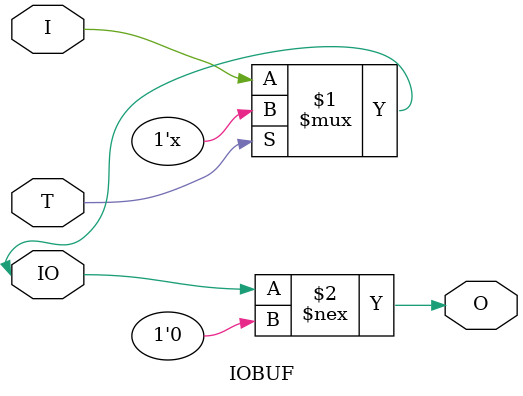
<source format=v>
module IOBUF (input wire T, input wire I, inout wire IO, output wire O);
	assign	IO = (T) ? 1'bz : I;
	assign	O = (IO !== 1'b0);
endmodule

</source>
